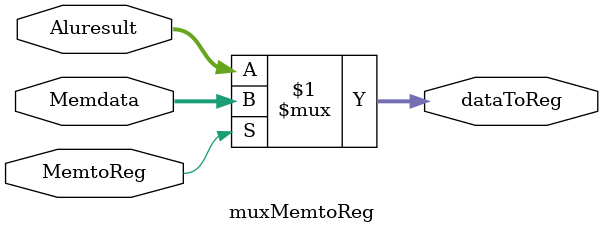
<source format=v>
module muxMemtoReg (
    input MemtoReg,//control signal 
    input [31:0]Aluresult,//result from alu
    input [31:0]Memdata,//result get from memory
    output wire [31:0]dataToReg

);
assign dataToReg=MemtoReg?Memdata:Aluresult;//if 1,memory data to register,else alu result to register


endmodule //muxMemtoReg
</source>
